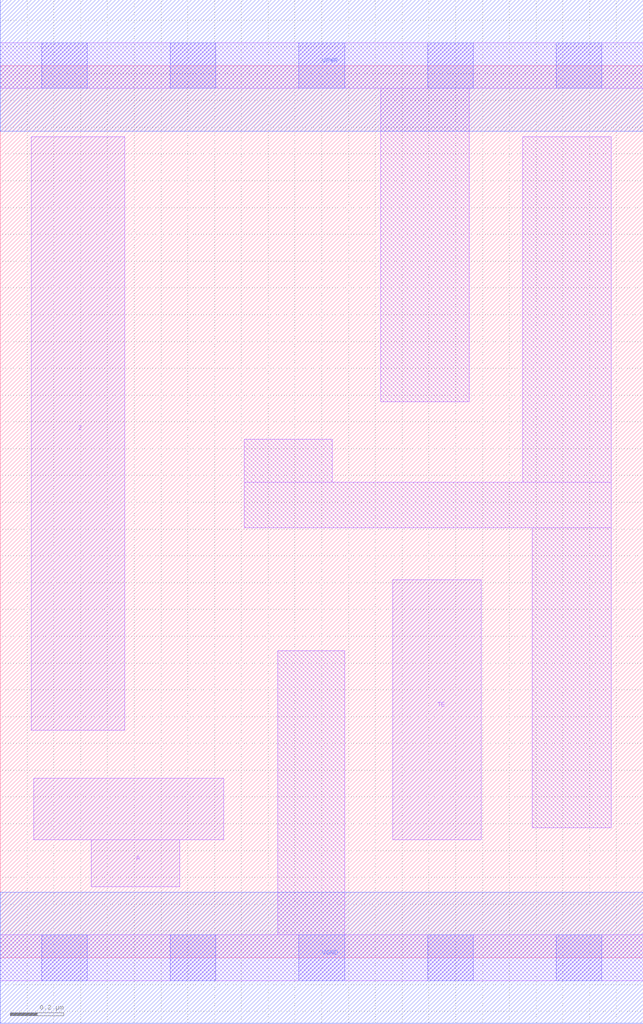
<source format=lef>
# Copyright 2020 The SkyWater PDK Authors
#
# Licensed under the Apache License, Version 2.0 (the "License");
# you may not use this file except in compliance with the License.
# You may obtain a copy of the License at
#
#     https://www.apache.org/licenses/LICENSE-2.0
#
# Unless required by applicable law or agreed to in writing, software
# distributed under the License is distributed on an "AS IS" BASIS,
# WITHOUT WARRANTIES OR CONDITIONS OF ANY KIND, either express or implied.
# See the License for the specific language governing permissions and
# limitations under the License.
#
# SPDX-License-Identifier: Apache-2.0

VERSION 5.7 ;
  NAMESCASESENSITIVE ON ;
  NOWIREEXTENSIONATPIN ON ;
  DIVIDERCHAR "/" ;
  BUSBITCHARS "[]" ;
UNITS
  DATABASE MICRONS 200 ;
END UNITS
MACRO sky130_fd_sc_lp__einvp_lp
  CLASS CORE ;
  FOREIGN sky130_fd_sc_lp__einvp_lp ;
  ORIGIN  0.000000  0.000000 ;
  SIZE  2.400000 BY  3.330000 ;
  SYMMETRY X Y R90 ;
  SITE unit ;
  PIN A
    ANTENNAGATEAREA  0.313000 ;
    DIRECTION INPUT ;
    USE SIGNAL ;
    PORT
      LAYER li1 ;
        RECT 0.125000 0.440000 0.835000 0.670000 ;
        RECT 0.340000 0.265000 0.670000 0.440000 ;
    END
  END A
  PIN TE
    ANTENNAGATEAREA  0.439000 ;
    DIRECTION INPUT ;
    USE SIGNAL ;
    PORT
      LAYER li1 ;
        RECT 1.465000 0.440000 1.795000 1.410000 ;
    END
  END TE
  PIN Z
    ANTENNADIFFAREA  0.448450 ;
    DIRECTION OUTPUT ;
    USE SIGNAL ;
    PORT
      LAYER li1 ;
        RECT 0.115000 0.850000 0.465000 3.065000 ;
    END
  END Z
  PIN VGND
    DIRECTION INOUT ;
    USE GROUND ;
    PORT
      LAYER met1 ;
        RECT 0.000000 -0.245000 2.400000 0.245000 ;
    END
  END VGND
  PIN VPWR
    DIRECTION INOUT ;
    USE POWER ;
    PORT
      LAYER met1 ;
        RECT 0.000000 3.085000 2.400000 3.575000 ;
    END
  END VPWR
  OBS
    LAYER li1 ;
      RECT 0.000000 -0.085000 2.400000 0.085000 ;
      RECT 0.000000  3.245000 2.400000 3.415000 ;
      RECT 0.910000  1.605000 2.280000 1.775000 ;
      RECT 0.910000  1.775000 1.240000 1.935000 ;
      RECT 1.035000  0.085000 1.285000 1.145000 ;
      RECT 1.420000  2.075000 1.750000 3.245000 ;
      RECT 1.950000  1.775000 2.280000 3.065000 ;
      RECT 1.985000  0.485000 2.280000 1.605000 ;
    LAYER mcon ;
      RECT 0.155000 -0.085000 0.325000 0.085000 ;
      RECT 0.155000  3.245000 0.325000 3.415000 ;
      RECT 0.635000 -0.085000 0.805000 0.085000 ;
      RECT 0.635000  3.245000 0.805000 3.415000 ;
      RECT 1.115000 -0.085000 1.285000 0.085000 ;
      RECT 1.115000  3.245000 1.285000 3.415000 ;
      RECT 1.595000 -0.085000 1.765000 0.085000 ;
      RECT 1.595000  3.245000 1.765000 3.415000 ;
      RECT 2.075000 -0.085000 2.245000 0.085000 ;
      RECT 2.075000  3.245000 2.245000 3.415000 ;
  END
END sky130_fd_sc_lp__einvp_lp
END LIBRARY

</source>
